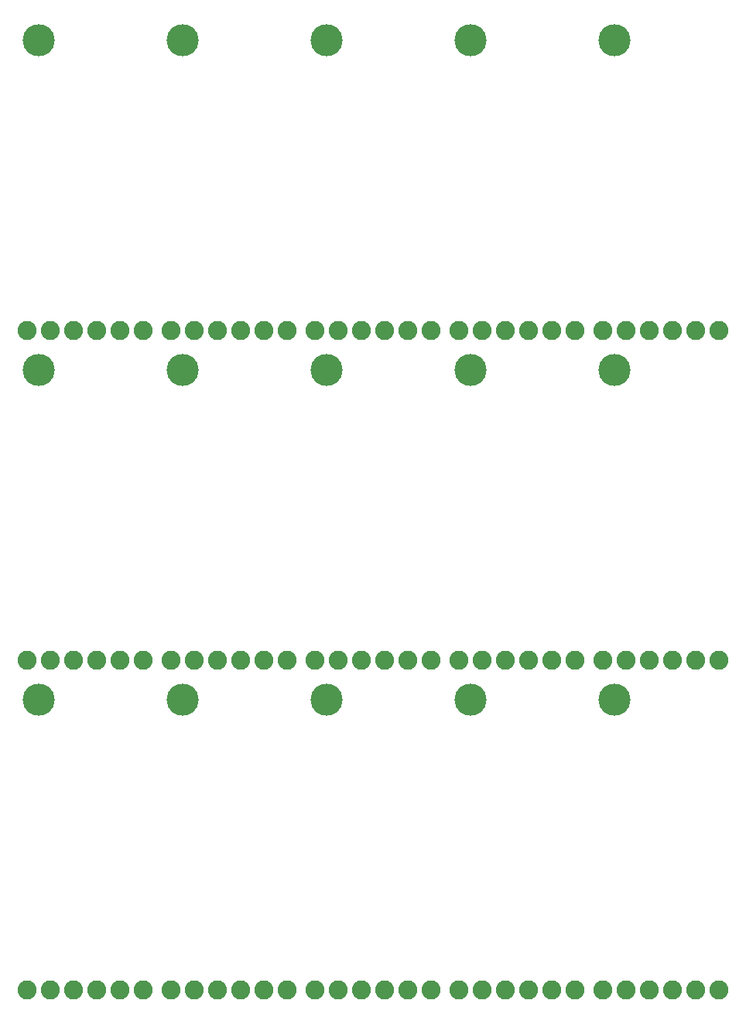
<source format=gbs>
G75*
%MOIN*%
%OFA0B0*%
%FSLAX25Y25*%
%IPPOS*%
%LPD*%
%AMOC8*
5,1,8,0,0,1.08239X$1,22.5*
%
%ADD10C,0.08200*%
%ADD11C,0.13800*%
D10*
X0093333Y0025000D03*
X0103333Y0025000D03*
X0113333Y0025000D03*
X0123333Y0025000D03*
X0133333Y0025000D03*
X0143333Y0025000D03*
X0155333Y0025000D03*
X0165333Y0025000D03*
X0175333Y0025000D03*
X0185333Y0025000D03*
X0195333Y0025000D03*
X0205333Y0025000D03*
X0217333Y0025000D03*
X0227333Y0025000D03*
X0237333Y0025000D03*
X0247333Y0025000D03*
X0257333Y0025000D03*
X0267333Y0025000D03*
X0279333Y0025000D03*
X0289333Y0025000D03*
X0299333Y0025000D03*
X0309333Y0025000D03*
X0319333Y0025000D03*
X0329333Y0025000D03*
X0341333Y0025000D03*
X0351333Y0025000D03*
X0361333Y0025000D03*
X0371333Y0025000D03*
X0381333Y0025000D03*
X0391333Y0025000D03*
X0391333Y0167000D03*
X0381333Y0167000D03*
X0371333Y0167000D03*
X0361333Y0167000D03*
X0351333Y0167000D03*
X0341333Y0167000D03*
X0329333Y0167000D03*
X0319333Y0167000D03*
X0309333Y0167000D03*
X0299333Y0167000D03*
X0289333Y0167000D03*
X0279333Y0167000D03*
X0267333Y0167000D03*
X0257333Y0167000D03*
X0247333Y0167000D03*
X0237333Y0167000D03*
X0227333Y0167000D03*
X0217333Y0167000D03*
X0205333Y0167000D03*
X0195333Y0167000D03*
X0185333Y0167000D03*
X0175333Y0167000D03*
X0165333Y0167000D03*
X0155333Y0167000D03*
X0143333Y0167000D03*
X0133333Y0167000D03*
X0123333Y0167000D03*
X0113333Y0167000D03*
X0103333Y0167000D03*
X0093333Y0167000D03*
X0093333Y0309000D03*
X0103333Y0309000D03*
X0113333Y0309000D03*
X0123333Y0309000D03*
X0133333Y0309000D03*
X0143333Y0309000D03*
X0155333Y0309000D03*
X0165333Y0309000D03*
X0175333Y0309000D03*
X0185333Y0309000D03*
X0195333Y0309000D03*
X0205333Y0309000D03*
X0217333Y0309000D03*
X0227333Y0309000D03*
X0237333Y0309000D03*
X0247333Y0309000D03*
X0257333Y0309000D03*
X0267333Y0309000D03*
X0279333Y0309000D03*
X0289333Y0309000D03*
X0299333Y0309000D03*
X0309333Y0309000D03*
X0319333Y0309000D03*
X0329333Y0309000D03*
X0341333Y0309000D03*
X0351333Y0309000D03*
X0361333Y0309000D03*
X0371333Y0309000D03*
X0381333Y0309000D03*
X0391333Y0309000D03*
D11*
X0346333Y0292000D03*
X0284333Y0292000D03*
X0222333Y0292000D03*
X0160333Y0292000D03*
X0098333Y0292000D03*
X0098333Y0150000D03*
X0160333Y0150000D03*
X0222333Y0150000D03*
X0284333Y0150000D03*
X0346333Y0150000D03*
X0346333Y0434000D03*
X0284333Y0434000D03*
X0222333Y0434000D03*
X0160333Y0434000D03*
X0098333Y0434000D03*
M02*

</source>
